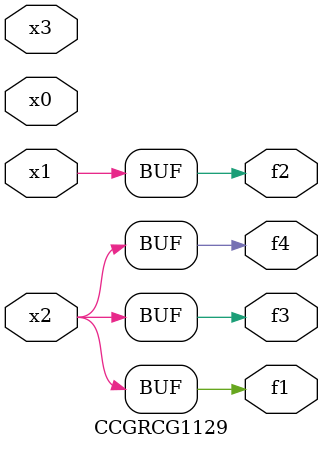
<source format=v>
module CCGRCG1129(
	input x0, x1, x2, x3,
	output f1, f2, f3, f4
);
	assign f1 = x2;
	assign f2 = x1;
	assign f3 = x2;
	assign f4 = x2;
endmodule

</source>
